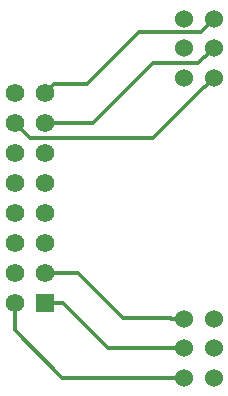
<source format=gbr>
G04 #@! TF.GenerationSoftware,KiCad,Pcbnew,(5.0.1)-3*
G04 #@! TF.CreationDate,2018-12-07T17:19:34-08:00*
G04 #@! TF.ProjectId,500-1088,3530302D313038382E6B696361645F70,rev?*
G04 #@! TF.SameCoordinates,Original*
G04 #@! TF.FileFunction,Copper,L1,Top,Signal*
G04 #@! TF.FilePolarity,Positive*
%FSLAX46Y46*%
G04 Gerber Fmt 4.6, Leading zero omitted, Abs format (unit mm)*
G04 Created by KiCad (PCBNEW (5.0.1)-3) date 12/7/2018 5:19:34 PM*
%MOMM*%
%LPD*%
G01*
G04 APERTURE LIST*
G04 #@! TA.AperFunction,ComponentPad*
%ADD10C,1.524000*%
G04 #@! TD*
G04 #@! TA.AperFunction,ComponentPad*
%ADD11R,1.574800X1.574800*%
G04 #@! TD*
G04 #@! TA.AperFunction,ComponentPad*
%ADD12C,1.574800*%
G04 #@! TD*
G04 #@! TA.AperFunction,Conductor*
%ADD13C,0.304800*%
G04 #@! TD*
G04 APERTURE END LIST*
D10*
G04 #@! TO.P,R1,2*
G04 #@! TO.N,Net-(P1-Pad5)*
X114380000Y-116840000D03*
G04 #@! TO.P,R1,3*
G04 #@! TO.N,Net-(P1-Pad7)*
X114380000Y-114340000D03*
G04 #@! TO.P,R1,1*
G04 #@! TO.N,Net-(P1-Pad6)*
X114380000Y-119340000D03*
G04 #@! TO.P,R1,4*
G04 #@! TO.N,Net-(P1-Pad2)*
X111880000Y-119340000D03*
G04 #@! TO.P,R1,5*
G04 #@! TO.N,Net-(P1-Pad1)*
X111880000Y-116840000D03*
G04 #@! TO.P,R1,6*
G04 #@! TO.N,Net-(P1-Pad3)*
X111880000Y-114340000D03*
G04 #@! TD*
G04 #@! TO.P,R2,2*
G04 #@! TO.N,Net-(P1-Pad13)*
X114380000Y-91440000D03*
G04 #@! TO.P,R2,3*
G04 #@! TO.N,Net-(P1-Pad15)*
X114380000Y-88940000D03*
G04 #@! TO.P,R2,1*
G04 #@! TO.N,Net-(P1-Pad14)*
X114380000Y-93940000D03*
G04 #@! TO.P,R2,4*
G04 #@! TO.N,Net-(P1-Pad9)*
X111880000Y-93940000D03*
G04 #@! TO.P,R2,5*
G04 #@! TO.N,Net-(P1-Pad10)*
X111880000Y-91440000D03*
G04 #@! TO.P,R2,6*
G04 #@! TO.N,Net-(P1-Pad11)*
X111880000Y-88940000D03*
G04 #@! TD*
D11*
G04 #@! TO.P,P1,1*
G04 #@! TO.N,Net-(P1-Pad1)*
X100076000Y-113030000D03*
D12*
G04 #@! TO.P,P1,2*
G04 #@! TO.N,Net-(P1-Pad2)*
X97536000Y-113030000D03*
G04 #@! TO.P,P1,3*
G04 #@! TO.N,Net-(P1-Pad3)*
X100076000Y-110490000D03*
G04 #@! TO.P,P1,4*
G04 #@! TO.N,N/C*
X97536000Y-110490000D03*
G04 #@! TO.P,P1,5*
G04 #@! TO.N,Net-(P1-Pad5)*
X100076000Y-107950000D03*
G04 #@! TO.P,P1,6*
G04 #@! TO.N,Net-(P1-Pad6)*
X97536000Y-107950000D03*
G04 #@! TO.P,P1,7*
G04 #@! TO.N,Net-(P1-Pad7)*
X100076000Y-105410000D03*
G04 #@! TO.P,P1,8*
G04 #@! TO.N,N/C*
X97536000Y-105410000D03*
G04 #@! TO.P,P1,9*
G04 #@! TO.N,Net-(P1-Pad9)*
X100076000Y-102870000D03*
G04 #@! TO.P,P1,10*
G04 #@! TO.N,Net-(P1-Pad10)*
X97536000Y-102870000D03*
G04 #@! TO.P,P1,11*
G04 #@! TO.N,Net-(P1-Pad11)*
X100076000Y-100330000D03*
G04 #@! TO.P,P1,12*
G04 #@! TO.N,N/C*
X97536000Y-100330000D03*
G04 #@! TO.P,P1,13*
G04 #@! TO.N,Net-(P1-Pad13)*
X100076000Y-97790000D03*
G04 #@! TO.P,P1,14*
G04 #@! TO.N,Net-(P1-Pad14)*
X97536000Y-97790000D03*
G04 #@! TO.P,P1,15*
G04 #@! TO.N,Net-(P1-Pad15)*
X100076000Y-95250000D03*
G04 #@! TO.P,P1,16*
G04 #@! TO.N,N/C*
X97536000Y-95250000D03*
G04 #@! TD*
D13*
G04 #@! TO.N,Net-(P1-Pad1)*
X101600000Y-113030000D02*
X100076000Y-113030000D01*
X111880000Y-116840000D02*
X105410000Y-116840000D01*
X105410000Y-116840000D02*
X101600000Y-113030000D01*
G04 #@! TO.N,Net-(P1-Pad2)*
X111880000Y-119340000D02*
X101560000Y-119340000D01*
X97536000Y-115316000D02*
X97536000Y-113030000D01*
X101560000Y-119340000D02*
X97536000Y-115316000D01*
G04 #@! TO.N,Net-(P1-Pad3)*
X110802370Y-114340000D02*
X110762370Y-114300000D01*
X111880000Y-114340000D02*
X110802370Y-114340000D01*
X110762370Y-114300000D02*
X106680000Y-114300000D01*
X106680000Y-114300000D02*
X102870000Y-110490000D01*
X102870000Y-110490000D02*
X100076000Y-110490000D01*
G04 #@! TO.N,Net-(P1-Pad13)*
X113618001Y-92201999D02*
X113538001Y-92201999D01*
X114380000Y-91440000D02*
X113618001Y-92201999D01*
X113538001Y-92201999D02*
X113030000Y-92710000D01*
X113030000Y-92710000D02*
X109220000Y-92710000D01*
X104140000Y-97790000D02*
X100076000Y-97790000D01*
X109220000Y-92710000D02*
X104140000Y-97790000D01*
G04 #@! TO.N,Net-(P1-Pad14)*
X113618001Y-94701999D02*
X113578001Y-94701999D01*
X114380000Y-93940000D02*
X113618001Y-94701999D01*
X113578001Y-94701999D02*
X109220000Y-99060000D01*
X98806000Y-99060000D02*
X97536000Y-97790000D01*
X109220000Y-99060000D02*
X98806000Y-99060000D01*
G04 #@! TO.N,Net-(P1-Pad15)*
X100863399Y-94462601D02*
X103657399Y-94462601D01*
X100076000Y-95250000D02*
X100863399Y-94462601D01*
X113618001Y-89701999D02*
X114380000Y-88940000D01*
X113265599Y-90054401D02*
X113618001Y-89701999D01*
X108065599Y-90054401D02*
X113265599Y-90054401D01*
X103657399Y-94462601D02*
X108065599Y-90054401D01*
G04 #@! TD*
M02*

</source>
